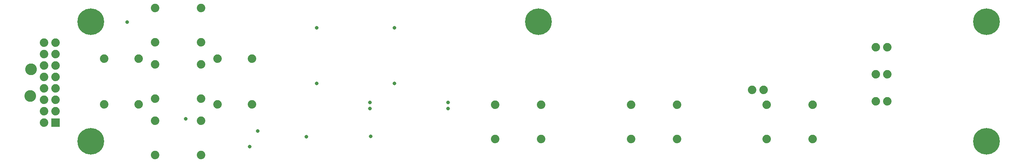
<source format=gbs>
*%FSLAX23Y23*%
*%MOIN*%
G01*
%ADD11C,0.006*%
%ADD12C,0.007*%
%ADD13C,0.008*%
%ADD14C,0.008*%
%ADD15C,0.010*%
%ADD16C,0.010*%
%ADD17C,0.012*%
%ADD18C,0.012*%
%ADD19C,0.028*%
%ADD20C,0.030*%
%ADD21C,0.030*%
%ADD22C,0.032*%
%ADD23C,0.039*%
%ADD24C,0.039*%
%ADD25C,0.059*%
%ADD26C,0.059*%
%ADD27C,0.070*%
%ADD28C,0.074*%
%ADD29O,0.076X0.024*%
%ADD30O,0.080X0.028*%
%ADD31C,0.098*%
%ADD32C,0.102*%
%ADD33C,0.125*%
%ADD34C,0.145*%
%ADD35C,0.228*%
%ADD36C,0.232*%
%ADD37R,0.036X0.036*%
%ADD38R,0.040X0.040*%
%ADD39R,0.050X0.036*%
%ADD40R,0.054X0.040*%
%ADD41R,0.055X0.064*%
%ADD42R,0.059X0.068*%
%ADD43R,0.060X0.100*%
%ADD44R,0.064X0.055*%
%ADD45R,0.064X0.104*%
%ADD46R,0.068X0.059*%
%ADD47R,0.070X0.070*%
%ADD48R,0.074X0.074*%
%ADD49R,0.076X0.024*%
%ADD50R,0.080X0.028*%
%ADD51R,0.100X0.060*%
%ADD52R,0.104X0.064*%
D22*
X9390Y7817D02*
D03*
Y7765D02*
D03*
X8921Y7986D02*
D03*
Y8470D02*
D03*
X8709Y7817D02*
D03*
Y7765D02*
D03*
X8717Y7521D02*
D03*
X8244Y7986D02*
D03*
Y8470D02*
D03*
X8154Y7517D02*
D03*
X7732Y7568D02*
D03*
X7661Y7431D02*
D03*
X7106Y7675D02*
D03*
X6595Y8520D02*
D03*
D28*
X13111Y8301D02*
D03*
X13211D02*
D03*
X13111Y8065D02*
D03*
X13211D02*
D03*
X13111Y7828D02*
D03*
X13211D02*
D03*
X12562Y7797D02*
D03*
Y7497D02*
D03*
X12162Y7797D02*
D03*
Y7497D02*
D03*
X12037Y7927D02*
D03*
X12137D02*
D03*
X10200Y7797D02*
D03*
Y7497D02*
D03*
X9800Y7797D02*
D03*
Y7497D02*
D03*
X11381Y7797D02*
D03*
Y7497D02*
D03*
X10981Y7797D02*
D03*
Y7497D02*
D03*
X7382Y8202D02*
D03*
X7682D02*
D03*
X7382Y7802D02*
D03*
X7682D02*
D03*
X7239Y8644D02*
D03*
Y8344D02*
D03*
X6839Y8644D02*
D03*
Y8344D02*
D03*
Y7359D02*
D03*
Y7659D02*
D03*
X7239Y7359D02*
D03*
Y7659D02*
D03*
Y8152D02*
D03*
Y7852D02*
D03*
X6839Y8152D02*
D03*
Y7852D02*
D03*
X6697Y7802D02*
D03*
X6397D02*
D03*
X6697Y8202D02*
D03*
X6397D02*
D03*
X5872Y8343D02*
D03*
X5972D02*
D03*
X5872Y8243D02*
D03*
X5972D02*
D03*
X5872Y8143D02*
D03*
X5972D02*
D03*
X5872Y8043D02*
D03*
X5972D02*
D03*
X5872Y7943D02*
D03*
X5972D02*
D03*
X5872Y7843D02*
D03*
X5972D02*
D03*
X5872Y7743D02*
D03*
X5972Y7743D02*
D03*
X5872Y7643D02*
D03*
D32*
X5752Y7876D02*
D03*
X5760Y8108D02*
D03*
D36*
X14075Y8525D02*
D03*
Y7478D02*
D03*
X10177Y8525D02*
D03*
X6280D02*
D03*
Y7478D02*
D03*
D48*
X5972Y7643D02*
D03*
M02*

</source>
